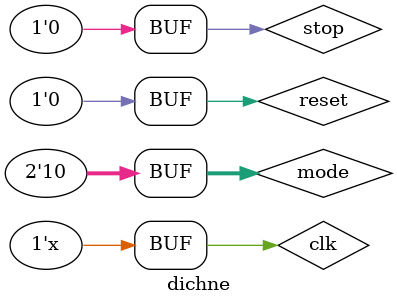
<source format=v>
`timescale 1ns / 1ps


module dichne;

	// Inputs
	reg clk;
	reg reset;
	reg stop;
	reg [1:0] mode;

	// Outputs
	wire [7:0] q;

	// Instantiate the Unit Under Test (UUT)
	DICHLED uut (
		.clk(clk), 
		.reset(reset), 
		//.stop(stop), 
		.mode(mode), 
		.q(q)
	);

	initial begin
		// Initialize Inputs
		clk = 0;
		reset = 0;
		stop = 0;
		mode = 0;


		// Wait 100 ns for global reset to finish
		#100;
		mode=0;
		#10000;
		stop=1;
		#300;
		stop=0;
		#10;
		mode=1;
		#100;
		stop=1;
		#400;
		stop=0;
		#10;
		reset=1;
		#10;
		reset=0;
		#10;
		mode=2;
		#1000;
        
		// Add stimulus here

	end
		always begin
		clk=~clk;
		#10;
		end
        
		// Add stimulus here
      
endmodule


</source>
